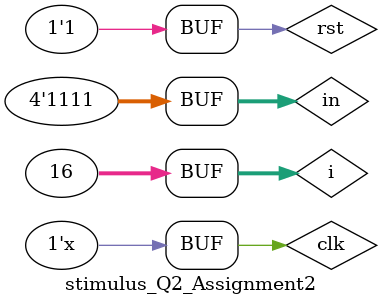
<source format=v>
module Q2_Assignment2(in, out, clk, rst);
  input [3:0] in;
  input clk, rst;
  output [7:0] out;
  reg [7:0] acc1, acc2, acc3;
  
  assign out = acc3;
  
  always@(posedge clk, negedge rst)
  begin
    if(!rst)
    begin
      acc1 <= 0; acc2 <= 0; acc3 <= 0;
    end
    else
    begin
      acc1 <= acc1 + in;
      acc2 <= acc2 + acc1;
      acc3 <= acc3 + (acc1 + acc2);
    end
  end
  
endmodule

module stimulus_Q2_Assignment2();
  reg [3:0] in;
  reg clk, rst;
  wire [7:0] out;
  Q2_Assignment2 obj(in, out, clk, rst);
  integer i;
  
  initial
  begin
    clk = 0; rst = 0; in = 0;
    #5 rst = 1;
    
    for(i = 0; i < 16; i = i + 1)
    begin
      #10 in = i;
    end
  end
  
  always
  begin
    #5 clk = !clk;
  end
  
  initial
  begin
    $monitor("in = %d , out = %d", in, out);
  end
  
endmodule
</source>
